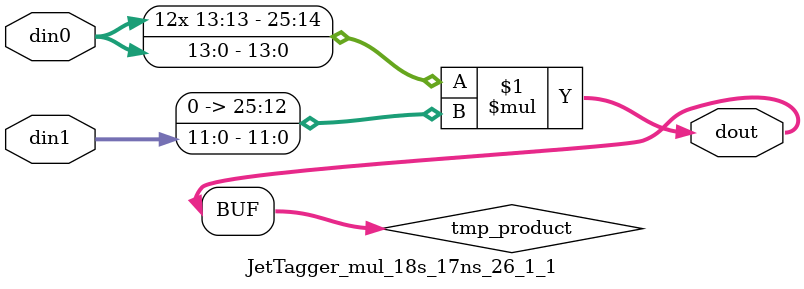
<source format=v>

`timescale 1 ns / 1 ps

  module JetTagger_mul_18s_17ns_26_1_1(din0, din1, dout);
parameter ID = 1;
parameter NUM_STAGE = 0;
parameter din0_WIDTH = 14;
parameter din1_WIDTH = 12;
parameter dout_WIDTH = 26;

input [din0_WIDTH - 1 : 0] din0; 
input [din1_WIDTH - 1 : 0] din1; 
output [dout_WIDTH - 1 : 0] dout;

wire signed [dout_WIDTH - 1 : 0] tmp_product;












assign tmp_product = $signed(din0) * $signed({1'b0, din1});









assign dout = tmp_product;







endmodule

</source>
